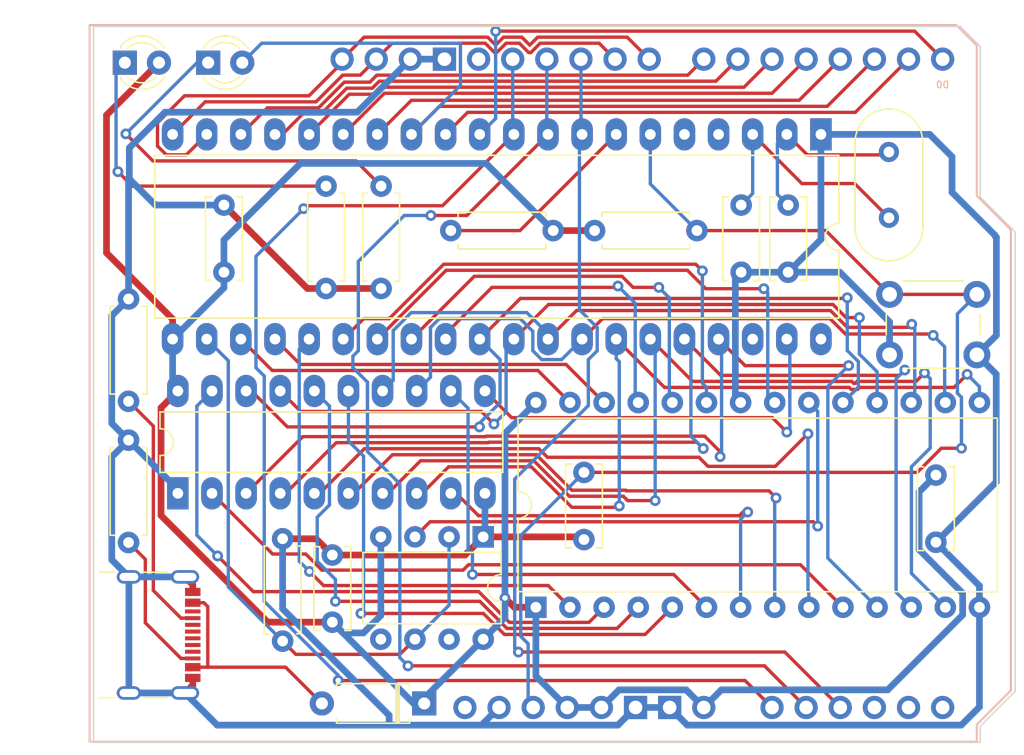
<source format=kicad_pcb>
(kicad_pcb (version 20221018) (generator pcbnew)
  (layers (0 "F.Cu" signal) (31 "B.Cu" signal) (34 "B.Paste" user) (35 "F.Paste" user) (36 "B.SilkS" user "B.Silkscreen") (37 "F.SilkS" user "F.Silkscreen") (38 "B.Mask" user) (39 "F.Mask" user) (44 "Edge.Cuts" user))
  (net 0 "")
  (net 1 "Net-(U1-EXTAL)")
  (net 2 "Net-(U1-XTAL)")
  (net 3 "GND")
  (net 4 "+5V")
  (net 5 "Reset")
  (net 6 "Net-(U1-~{STBY})")
  (net 7 "/A15")
  (net 10 "/A14")
  (net 11 "/A13")
  (net 12 "/A12")
  (net 13 "/A11")
  (net 14 "/A10")
  (net 15 "/A9")
  (net 16 "/A8")
  (net 17 "/AD7")
  (net 18 "/AD6")
  (net 19 "/AD5")
  (net 20 "/AD4")
  (net 21 "/AD3")
  (net 22 "/AD2")
  (net 23 "/AD1")
  (net 24 "/AD0")
  (net 25 "R{slash}~{W}")
  (net 26 "AS")
  (net 28 "Net-(U2-A7)")
  (net 29 "Net-(U2-A6)")
  (net 30 "Net-(U2-A5)")
  (net 31 "Net-(U2-A4)")
  (net 32 "Net-(U2-A3)")
  (net 33 "Net-(U2-A2)")
  (net 34 "Net-(U2-A1)")
  (net 35 "Net-(U2-A0)")
  (net 36 "~{ROM}")
  (net 43 "D7")
  (net 44 "D6")
  (net 45 "C2")
  (net 46 "C1")
  (net 47 "C0")
  (net 48 "D5")
  (net 49 "D4")
  (net 50 "D3")
  (net 51 "D2")
  (net 52 "D1")
  (net 53 "D0")
  (net 54 "Tx")
  (net 55 "Rx")
  (net 56 "Net-(D1-A)")
  (net 57 "Net-(USB_C_ESP1-CC1)")
  (net 58 "Net-(USB_C_ESP1-CC2)")
  (net 65 "Net-(D2-K)")
  (net 66 "Net-(D3-K)")
  (footprint "Package_DIP:DIP-20_W7.62mm_LongPads" (layer "F.Cu") (at 110.37 107.26 90)
    (fp_text reference "U4" hide)
    (fp_text value "74LS373" hide)
  )
  (footprint "Capacitor_THT:C_Disc_D6.0mm_W2.5mm_P5.00mm" (layer "F.Cu") (at 113.8 90.8 90)
    (fp_text reference "C6" hide)
    (fp_text value ".1uF" hide)
  )
  (footprint "Package_DIP:DIP-40_W15.24mm_LongPads" (layer "F.Cu") (at 158.24 80.54 -90)
    (fp_text reference "U1" hide)
    (fp_text value "HD6303" hide)
  )
  (footprint "Resistor_THT:R_Axial_DIN0207_L6.3mm_D2.5mm_P7.62mm_Horizontal" (layer "F.Cu") (at 106.7 100.41 90)
    (fp_text reference "R5" hide)
    (fp_text value "5k" hide)
  )
  (footprint "Capacitor_THT:C_Disc_D6.0mm_W2.5mm_P5.00mm" (layer "F.Cu") (at 155.8 90.8 90)
    (fp_text reference "C1" hide)
    (fp_text value "22pF" hide)
  )
  (footprint "Capacitor_THT:C_Disc_D6.0mm_W2.5mm_P5.00mm" (layer "F.Cu") (at 140.6 110.7 90)
    (fp_text reference "C4" hide)
    (fp_text value "10uF" hide)
  )
  (footprint "Resistor_THT:R_Axial_DIN0207_L6.3mm_D2.5mm_P7.62mm_Horizontal" (layer "F.Cu") (at 141.39 87.7)
    (fp_text reference "R2" hide)
    (fp_text value "5k" hide)
  )
  (footprint "Crystal:Crystal_HC18-U_Vertical" (layer "F.Cu") (at 163.3 86.75 90)
    (fp_text reference "4MHz1" hide)
    (fp_text value "Crystal" hide)
  )
  (footprint "Capacitor_THT:C_Disc_D6.0mm_W2.5mm_P5.00mm" (layer "F.Cu") (at 121.87 116.85 90)
    (fp_text reference "C3" hide)
    (fp_text value ".1uF" hide)
  )
  (footprint "Package_DIP:DIP-28_W15.24mm" (layer "F.Cu") (at 137.02 115.74 90)
    (fp_text reference "U2" hide)
    (fp_text value "27C256" hide)
  )
  (footprint "LED_THT:LED_D3.0mm" (layer "F.Cu") (at 112.625 75.2)
    (fp_text reference "D3" hide)
    (fp_text value "LED" hide)
  )
  (footprint "Resistor_THT:R_Axial_DIN0207_L6.3mm_D2.5mm_P7.62mm_Horizontal" (layer "F.Cu") (at 121.4 92.01 90)
    (fp_text reference "R4" hide)
    (fp_text value "5k" hide)
  )
  (footprint "LED_THT:LED_D3.0mm" (layer "F.Cu") (at 106.425 75.2)
    (fp_text reference "D2" hide)
    (fp_text value "LED" hide)
  )
  (footprint "Capacitor_THT:C_Disc_D6.0mm_W2.5mm_P5.00mm" (layer "F.Cu") (at 166.8 105.9 -90)
    (fp_text reference "C5" hide)
    (fp_text value ".1uF" hide)
  )
  (footprint "Y!:Arduino_6802_Shield" (layer "F.Cu") (at 103.8 125.74)
    (fp_text reference "A1" hide)
    (fp_text value "Arduino_Uno_R3_SMD_Shield")
  )
  (footprint "Capacitor_THT:C_Disc_D6.0mm_W2.5mm_P5.00mm" (layer "F.Cu") (at 152.3 90.8 90)
    (fp_text reference "C2" hide)
    (fp_text value "22pF" hide)
  )
  (footprint "Resistor_THT:R_Axial_DIN0207_L6.3mm_D2.5mm_P7.62mm_Horizontal" (layer "F.Cu") (at 138.31 87.7 180)
    (fp_text reference "R1" hide)
    (fp_text value "1k" hide)
  )
  (footprint "Resistor_THT:R_Axial_DIN0207_L6.3mm_D2.5mm_P7.62mm_Horizontal" (layer "F.Cu") (at 106.7 110.92 90)
    (fp_text reference "R6" hide)
    (fp_text value "5k" hide)
  )
  (footprint "Resistor_THT:R_Axial_DIN0207_L6.3mm_D2.5mm_P7.62mm_Horizontal" (layer "F.Cu") (at 125.5 92.01 90)
    (fp_text reference "R7" hide)
    (fp_text value "5k" hide)
  )
  (footprint "Resistor_THT:R_Axial_DIN0207_L6.3mm_D2.5mm_P7.62mm_Horizontal" (layer "F.Cu") (at 118.17 118.26 90)
    (fp_text reference "R3" hide)
    (fp_text value "5k" hide)
  )
  (footprint "Button_Switch_THT:SW_PUSH_6mm" (layer "F.Cu") (at 169.85 96.95 180)
    (fp_text reference "SW2" hide)
    (fp_text value "SW_Push" hide)
  )
  (footprint "Diode_THT:D_A-405_P7.62mm_Horizontal" (layer "F.Cu") (at 128.71 122.9 180)
    (fp_text reference "D1" hide)
    (fp_text value "1N4007" hide)
  )
  (footprint "Package_DIP:DIP-8_W7.62mm" (layer "F.Cu") (at 133.1 110.5 -90)
    (fp_text reference "U5" hide)
    (fp_text value "NE555P" hide)
  )
  (footprint "Connector_USB:USB_C_Receptacle_GCT_USB4105-xx-A_16P_TopMnt_Horizontal" (layer "F.Cu") (at 107.8 117.8 -90)
    (fp_text reference "USB_C_ESP1" hide)
    (fp_text value "USB_C_1" hide)
  )
  (gr_line (start 104.1 72.5) (end 168.6 72.5) (stroke (width 0.1)) (layer "Edge.Cuts"))
  (gr_line (start 172.7 87.8) (end 172.7 122) (stroke (width 0.1)) (layer "Edge.Cuts"))
  (gr_line (start 170.1 125.8) (end 104.1 125.8) (stroke (width 0.1)) (layer "Edge.Cuts"))
  (gr_line (start 172.7 122) (end 170.1 124.6) (stroke (width 0.1)) (layer "Edge.Cuts"))
  (gr_line (start 170.1 124.6) (end 170.1 125.8) (stroke (width 0.1)) (layer "Edge.Cuts"))
  (gr_line (start 104.1 125.8) (end 104.1 72.5) (stroke (width 0.1)) (layer "Edge.Cuts"))
  (gr_line (start 170.1 74) (end 170.1 85.2) (stroke (width 0.1)) (layer "Edge.Cuts"))
  (gr_line (start 170.1 85.2) (end 172.7 87.8) (stroke (width 0.1)) (layer "Edge.Cuts"))
  (gr_line (start 168.6 72.5) (end 170.1 74) (stroke (width 0.1)) (layer "Edge.Cuts"))
  (segment (start 163.3 86.75) (end 160.75 84.2) (width 0.25) (layer "F.Cu") (net 1))
  (segment (start 160.75 84.2) (end 156.82 84.2) (width 0.25) (layer "F.Cu") (net 1))
  (segment (start 156.82 84.2) (end 153.16 80.54) (width 0.25) (layer "F.Cu") (net 1))
  (segment (start 153.16 80.54) (end 153.16 84.94) (width 0.25) (layer "B.Cu") (net 1))
  (segment (start 153.16 84.94) (end 152.3 85.8) (width 0.25) (layer "B.Cu") (net 1))
  (segment (start 157.225 82.065) (end 163.085 82.065) (width 0.25) (layer "F.Cu") (net 2))
  (segment (start 163.085 82.065) (end 163.3 81.85) (width 0.25) (layer "F.Cu") (net 2))
  (segment (start 155.7 80.54) (end 157.225 82.065) (width 0.25) (layer "F.Cu") (net 2))
  (segment (start 155.000001 85.000001) (end 155.8 85.8) (width 0.25) (layer "B.Cu") (net 2))
  (segment (start 155.7 80.54) (end 155.000001 81.239999) (width 0.25) (layer "B.Cu") (net 2))
  (segment (start 155.000001 81.239999) (end 155.000001 85.000001) (width 0.25) (layer "B.Cu") (net 2))
  (segment (start 121.87 111.85) (end 131.75 111.85) (width 0.5) (layer "F.Cu") (net 3))
  (segment (start 133.1 107.39) (end 133.23 107.26) (width 0.5) (layer "F.Cu") (net 3))
  (segment (start 111.48 114.6) (end 111.48 114.055) (width 0.5) (layer "F.Cu") (net 3))
  (segment (start 120.66 110.64) (end 121.87 111.85) (width 0.5) (layer "F.Cu") (net 3))
  (segment (start 111.48 114.055) (end 110.905 113.48) (width 0.5) (layer "F.Cu") (net 3))
  (segment (start 133.1 110.5) (end 140.4 110.5) (width 0.5) (layer "F.Cu") (net 3))
  (segment (start 131.75 111.85) (end 133.1 110.5) (width 0.5) (layer "F.Cu") (net 3))
  (segment (start 125.5 92.01) (end 121.4 92.01) (width 0.5) (layer "F.Cu") (net 3))
  (segment (start 111.48 121.545) (end 110.905 122.12) (width 0.5) (layer "F.Cu") (net 3))
  (segment (start 140.4 110.5) (end 140.6 110.7) (width 0.5) (layer "F.Cu") (net 3))
  (segment (start 118.17 110.64) (end 120.66 110.64) (width 0.5) (layer "F.Cu") (net 3))
  (segment (start 111.48 121) (end 111.48 121.545) (width 0.5) (layer "F.Cu") (net 3))
  (segment (start 120.01 92.01) (end 113.8 85.8) (width 0.5) (layer "F.Cu") (net 3))
  (segment (start 121.4 92.01) (end 120.01 92.01) (width 0.5) (layer "F.Cu") (net 3))
  (segment (start 127.676 74.94) (end 123.726 78.89) (width 0.5) (layer "B.Cu") (net 3))
  (segment (start 105.45 112.205) (end 105.9225 112.6775) (width 0.5) (layer "B.Cu") (net 3))
  (segment (start 163.35 96.95) (end 163.35 94.50061) (width 0.5) (layer "B.Cu") (net 3))
  (segment (start 148.2936 124.5136) (end 168.6864 124.5136) (width 0.5) (layer "B.Cu") (net 3))
  (segment (start 126.1 123.786542) (end 126.1 124.5136) (width 0.5) (layer "B.Cu") (net 3))
  (segment (start 133.23 110.37) (end 133.1 110.5) (width 0.5) (layer "B.Cu") (net 3))
  (segment (start 171.2 88.1) (end 171.2 88.052943) (width 0.5) (layer "B.Cu") (net 3))
  (segment (start 144.44 123.2) (end 146.98 123.2) (width 0.5) (layer "B.Cu") (net 3))
  (segment (start 171.29 106.41) (end 171.29 98.39) (width 0.5) (layer "B.Cu") (net 3))
  (segment (start 171.3 88.2) (end 171.2 88.1) (width 0.5) (layer "B.Cu") (net 3))
  (segment (start 105.45 102.05) (end 106.7 103.3) (width 0.5) (layer "B.Cu") (net 3))
  (segment (start 168 84.852943) (end 168 82.2) (width 0.5) (layer "B.Cu") (net 3))
  (segment (start 151.87 91.23) (end 151.87 100.11) (width 0.5) (layer "B.Cu") (net 3))
  (segment (start 105.45 94.04) (end 105.45 102.05) (width 0.5) (layer "B.Cu") (net 3))
  (segment (start 113.8 85.8) (end 108.7 85.8) (width 0.5) (layer "B.Cu") (net 3))
  (segment (start 110.905 122.12) (end 106.725 122.12) (width 0.5) (layer "B.Cu") (net 3))
  (segment (start 169.85 96.95) (end 171.3 95.5) (width 0.5) (layer "B.Cu") (net 3))
  (segment (start 110.37 107.26) (end 110.37 106.97) (width 0.5) (layer "B.Cu") (net 3))
  (segment (start 105.45 104.55) (end 105.45 112.205) (width 0.5) (layer "B.Cu") (net 3))
  (segment (start 106.7 103.3) (end 105.45 104.55) (width 0.5) (layer "B.Cu") (net 3))
  (segment (start 110.905 122.12) (end 113.2986 124.5136) (width 0.5) (layer "B.Cu") (net 3))
  (segment (start 158.24 88.36) (end 158.24 80.54) (width 0.5) (layer "B.Cu") (net 3))
  (segment (start 123.726 78.89) (end 109.41 78.89) (width 0.5) (layer "B.Cu") (net 3))
  (segment (start 109.41 78.89) (end 106.758773 81.541227) (width 0.5) (layer "B.Cu") (net 3))
  (segment (start 132.9664 124.5136) (end 134.28 123.2) (width 0.5) (layer "B.Cu") (net 3))
  (segment (start 155.8 90.8) (end 158.24 88.36) (width 0.5) (layer "B.Cu") (net 3))
  (segment (start 166.8 110.9) (end 171.29 106.41) (width 0.5) (layer "B.Cu") (net 3))
  (segment (start 132.9664 124.5136) (end 143.1264 124.5136) (width 0.5) (layer "B.Cu") (net 3))
  (segment (start 106.7 92.79) (end 105.45 94.04) (width 0.5) (layer "B.Cu") (net 3))
  (segment (start 163.35 94.50061) (end 159.64939 90.8) (width 0.5) (layer "B.Cu") (net 3))
  (segment (start 133.23 107.26) (end 133.23 110.37) (width 0.5) (layer "B.Cu") (net 3))
  (segment (start 170.04 115.74) (end 170.04 114.14) (width 0.5) (layer "B.Cu") (net 3))
  (segment (start 166.34 80.54) (end 158.24 80.54) (width 0.5) (layer "B.Cu") (net 3))
  (segment (start 126.1 124.5136) (end 132.9664 124.5136) (width 0.5) (layer "B.Cu") (net 3))
  (segment (start 171.29 98.39) (end 169.85 96.95) (width 0.5) (layer "B.Cu") (net 3))
  (segment (start 106.758773 83.741227) (end 106.7 83.8) (width 0.5) (layer "B.Cu") (net 3))
  (segment (start 105.9225 112.6775) (end 106.725 113.48) (width 0.5) (layer "B.Cu") (net 3))
  (segment (start 113.2986 124.5136) (end 126.1 124.5136) (width 0.5) (layer "B.Cu") (net 3))
  (segment (start 106.725 113.48) (end 106.725 122.12) (width 0.5) (layer "B.Cu") (net 3))
  (segment (start 170.04 114.14) (end 166.8 110.9) (width 0.5) (layer "B.Cu") (net 3))
  (segment (start 168 82.2) (end 166.34 80.54) (width 0.5) (layer "B.Cu") (net 3))
  (segment (start 130.216 74.94) (end 127.676 74.94) (width 0.5) (layer "B.Cu") (net 3))
  (segment (start 151.87 100.11) (end 152.26 100.5) (width 0.5) (layer "B.Cu") (net 3))
  (segment (start 108.7 85.8) (end 106.7 83.8) (width 0.5) (layer "B.Cu") (net 3))
  (segment (start 106.758773 81.541227) (end 106.758773 83.741227) (width 0.5) (layer "B.Cu") (net 3))
  (segment (start 106.7 83.8) (end 106.7 92.79) (width 0.5) (layer "B.Cu") (net 3))
  (segment (start 152.3 90.8) (end 151.87 91.23) (width 0.5) (layer "B.Cu") (net 3))
  (segment (start 171.3 95.5) (end 171.3 88.2) (width 0.5) (layer "B.Cu") (net 3))
  (segment (start 168.6864 124.5136) (end 170.04 123.16) (width 0.5) (layer "B.Cu") (net 3))
  (segment (start 155.8 90.8) (end 152.3 90.8) (width 0.5) (layer "B.Cu") (net 3))
  (segment (start 118.17 110.64) (end 118.17 115.856542) (width 0.5) (layer "B.Cu") (net 3))
  (segment (start 110.905 113.48) (end 106.725 113.48) (width 0.5) (layer "B.Cu") (net 3))
  (segment (start 171.2 88.052943) (end 168 84.852943) (width 0.5) (layer "B.Cu") (net 3))
  (segment (start 110.37 106.97) (end 106.7 103.3) (width 0.5) (layer "B.Cu") (net 3))
  (segment (start 118.17 115.856542) (end 126.1 123.786542) (width 0.5) (layer "B.Cu") (net 3))
  (segment (start 146.98 123.2) (end 148.2936 124.5136) (width 0.5) (layer "B.Cu") (net 3))
  (segment (start 143.1264 124.5136) (end 144.44 123.2) (width 0.5) (layer "B.Cu") (net 3))
  (segment (start 170.04 123.16) (end 170.04 115.74) (width 0.5) (layer "B.Cu") (net 3))
  (segment (start 159.64939 90.8) (end 155.8 90.8) (width 0.5) (layer "B.Cu") (net 3))
  (segment (start 109.98 94.28) (end 109.98 95.78) (width 0.5) (layer "F.Cu") (net 4))
  (segment (start 108.965 75.2) (end 105.059773 79.105227) (width 0.5) (layer "F.Cu") (net 4))
  (segment (start 141.39 87.7) (end 138.31 87.7) (width 0.5) (layer "F.Cu") (net 4))
  (segment (start 105.059773 89.359773) (end 109.98 94.28) (width 0.5) (layer "F.Cu") (net 4))
  (segment (start 121.87 116.85) (end 117.06 116.85) (width 0.5) (layer "F.Cu") (net 4))
  (segment (start 105.059773 79.105227) (end 105.059773 89.359773) (width 0.5) (layer "F.Cu") (net 4))
  (segment (start 135.41227 115.74) (end 134.720999 115.048729) (width 0.5) (layer "F.Cu") (net 4))
  (segment (start 117.06 116.85) (end 109.12 108.91) (width 0.5) (layer "F.Cu") (net 4))
  (segment (start 109.12 108.91) (end 109.12 100.89) (width 0.5) (layer "F.Cu") (net 4))
  (segment (start 109.12 100.89) (end 110.37 99.64) (width 0.5) (layer "F.Cu") (net 4))
  (segment (start 137.02 115.74) (end 135.41227 115.74) (width 0.5) (layer "F.Cu") (net 4))
  (via (at 134.720999 115.048729) (size 0.8) (drill 0.4) (layers "F.Cu" "B.Cu") (net 4))
  (segment (start 122.669999 117.649999) (end 121.87 116.85) (width 0.5) (layer "B.Cu") (net 4))
  (segment (start 109.98 95.78) (end 109.98 99.25) (width 0.5) (layer "B.Cu") (net 4))
  (segment (start 121.87 116.85) (end 127.92 122.9) (width 0.5) (layer "B.Cu") (net 4))
  (segment (start 137.02 115.74) (end 137.02 120.86) (width 0.5) (layer "B.Cu") (net 4))
  (segment (start 127.92 122.9) (end 128.71 122.9) (width 0.5) (layer "B.Cu") (net 4))
  (segment (start 125.48 116.352233) (end 124.182234 117.649999) (width 0.5) (layer "B.Cu") (net 4))
  (segment (start 165.55 111.45) (end 168.79 114.69) (width 0.5) (layer "B.Cu") (net 4))
  (segment (start 133.31 82.7) (end 119.5 82.7) (width 0.5) (layer "B.Cu") (net 4))
  (segment (start 113.8 91.96) (end 109.98 95.78) (width 0.5) (layer "B.Cu") (net 4))
  (segment (start 125.48 110.5) (end 125.48 116.352233) (width 0.5) (layer "B.Cu") (net 4))
  (segment (start 113.8 90.8) (end 113.8 91.96) (width 0.5) (layer "B.Cu") (net 4))
  (segment (start 141.9 123.2) (end 143.2136 121.8864) (width 0.5) (layer "B.Cu") (net 4))
  (segment (start 141.9 123.2) (end 139.36 123.2) (width 0.5) (layer "B.Cu") (net 4))
  (segment (start 134.720999 115.048729) (end 134.720999 116.499001) (width 0.5) (layer "B.Cu") (net 4))
  (segment (start 143.2136 121.8864) (end 148.2064 121.8864) (width 0.5) (layer "B.Cu") (net 4))
  (segment (start 119.5 82.7) (end 113.8 88.4) (width 0.5) (layer "B.Cu") (net 4))
  (segment (start 168.79 116.31) (end 163.2136 121.8864) (width 0.5) (layer "B.Cu") (net 4))
  (segment (start 134.720999 102.799001) (end 134.720999 115.048729) (width 0.5) (layer "B.Cu") (net 4))
  (segment (start 166.8 105.9) (end 165.55 107.15) (width 0.5) (layer "B.Cu") (net 4))
  (segment (start 128.71 122.51) (end 128.71 122.9) (width 0.5) (layer "B.Cu") (net 4))
  (segment (start 134.720999 116.499001) (end 133.1 118.12) (width 0.5) (layer "B.Cu") (net 4))
  (segment (start 168.79 114.69) (end 168.79 116.31) (width 0.5) (layer "B.Cu") (net 4))
  (segment (start 137.02 100.5) (end 134.720999 102.799001) (width 0.5) (layer "B.Cu") (net 4))
  (segment (start 124.182234 117.649999) (end 122.669999 117.649999) (width 0.5) (layer "B.Cu") (net 4))
  (segment (start 133.1 118.12) (end 128.71 122.51) (width 0.5) (layer "B.Cu") (net 4))
  (segment (start 150.8336 121.8864) (end 149.52 123.2) (width 0.5) (layer "B.Cu") (net 4))
  (segment (start 113.8 88.4) (end 113.8 90.8) (width 0.5) (layer "B.Cu") (net 4))
  (segment (start 165.55 107.15) (end 165.55 111.45) (width 0.5) (layer "B.Cu") (net 4))
  (segment (start 109.98 99.25) (end 110.37 99.64) (width 0.5) (layer "B.Cu") (net 4))
  (segment (start 138.31 87.7) (end 133.31 82.7) (width 0.5) (layer "B.Cu") (net 4))
  (segment (start 163.2136 121.8864) (end 150.8336 121.8864) (width 0.5) (layer "B.Cu") (net 4))
  (segment (start 148.2064 121.8864) (end 149.52 123.2) (width 0.5) (layer "B.Cu") (net 4))
  (segment (start 137.02 120.86) (end 139.36 123.2) (width 0.5) (layer "B.Cu") (net 4))
  (segment (start 158.6 87.7) (end 163.35 92.45) (width 0.25) (layer "F.Cu") (net 5))
  (segment (start 167.209009 103.9) (end 168.7 103.9) (width 0.25) (layer "F.Cu") (net 5))
  (segment (start 140.6 105.7) (end 165.409009 105.7) (width 0.25) (layer "F.Cu") (net 5))
  (segment (start 165.409009 105.7) (end 167.209009 103.9) (width 0.25) (layer "F.Cu") (net 5))
  (segment (start 163.35 92.45) (end 169.85 92.45) (width 0.25) (layer "F.Cu") (net 5))
  (segment (start 149.01 87.7) (end 158.6 87.7) (width 0.25) (layer "F.Cu") (net 5))
  (via (at 168.7 103.9) (size 0.8) (drill 0.4) (layers "F.Cu" "B.Cu") (net 5))
  (segment (start 135.895 117.907468) (end 135.895 110.405) (width 0.25) (layer "B.Cu") (net 5))
  (segment (start 145.54 84.23) (end 149.01 87.7) (width 0.25) (layer "B.Cu") (net 5))
  (segment (start 145.54 80.54) (end 145.54 84.23) (width 0.25) (layer "B.Cu") (net 5))
  (segment (start 168.3995 99.808509) (end 168.3995 93.9005) (width 0.25) (layer "B.Cu") (net 5))
  (segment (start 168.7 103.9) (end 168.7 100.109009) (width 0.25) (layer "B.Cu") (net 5))
  (segment (start 168.3995 93.9005) (end 169.85 92.45) (width 0.25) (layer "B.Cu") (net 5))
  (segment (start 136.445499 118.457967) (end 135.895 117.907468) (width 0.25) (layer "B.Cu") (net 5))
  (segment (start 168.7 100.109009) (end 168.3995 99.808509) (width 0.25) (layer "B.Cu") (net 5))
  (segment (start 136.82 123.2) (end 136.445499 122.825499) (width 0.25) (layer "B.Cu") (net 5))
  (segment (start 136.445499 122.825499) (end 136.445499 118.457967) (width 0.25) (layer "B.Cu") (net 5))
  (segment (start 135.895 110.405) (end 140.6 105.7) (width 0.25) (layer "B.Cu") (net 5))
  (segment (start 135.84 87.7) (end 130.69 87.7) (width 0.25) (layer "F.Cu") (net 6))
  (segment (start 143 80.54) (end 135.84 87.7) (width 0.25) (layer "F.Cu") (net 6))
  (segment (start 126.895 119.245) (end 128.02 118.12) (width 0.25) (layer "F.Cu") (net 7))
  (segment (start 119.155 119.245) (end 126.895 119.245) (width 0.25) (layer "F.Cu") (net 7))
  (segment (start 118.17 118.26) (end 119.155 119.245) (width 0.25) (layer "F.Cu") (net 7))
  (segment (start 130.56 110.5) (end 130.56 115.58) (width 0.25) (layer "B.Cu") (net 7))
  (segment (start 130.56 115.58) (end 128.02 118.12) (width 0.25) (layer "B.Cu") (net 7))
  (segment (start 114.1245 97.3845) (end 114.1245 114.2145) (width 0.25) (layer "B.Cu") (net 7))
  (segment (start 112.52 95.78) (end 114.1245 97.3845) (width 0.25) (layer "B.Cu") (net 7))
  (segment (start 114.1245 114.2145) (end 118.17 118.26) (width 0.25) (layer "B.Cu") (net 7))
  (segment (start 115.06 95.78) (end 117.394002 98.114002) (width 0.25) (layer "F.Cu") (net 10))
  (segment (start 137.174002 98.114002) (end 139.56 100.5) (width 0.25) (layer "F.Cu") (net 10))
  (segment (start 117.394002 98.114002) (end 137.174002 98.114002) (width 0.25) (layer "F.Cu") (net 10))
  (segment (start 117.6 95.78) (end 119.484501 97.664501) (width 0.25) (layer "F.Cu") (net 11))
  (segment (start 119.484501 97.664501) (end 139.264501 97.664501) (width 0.25) (layer "F.Cu") (net 11))
  (segment (start 139.264501 97.664501) (end 142.1 100.5) (width 0.25) (layer "F.Cu") (net 11))
  (segment (start 139.56 115.74) (end 137.943502 114.123502) (width 0.25) (layer "F.Cu") (net 12))
  (segment (start 121.215391 114.123502) (end 120.167389 113.0755) (width 0.25) (layer "F.Cu") (net 12))
  (segment (start 137.943502 114.123502) (end 121.215391 114.123502) (width 0.25) (layer "F.Cu") (net 12))
  (via (at 120.167389 113.0755) (size 0.8) (drill 0.4) (layers "F.Cu" "B.Cu") (net 12))
  (segment (start 119.405 112.313111) (end 120.167389 113.0755) (width 0.25) (layer "B.Cu") (net 12))
  (segment (start 120.14 95.78) (end 119.405 96.515) (width 0.25) (layer "B.Cu") (net 12))
  (segment (start 119.405 96.515) (end 119.405 112.313111) (width 0.25) (layer "B.Cu") (net 12))
  (segment (start 126.108604 94.255) (end 130.160109 90.203495) (width 0.25) (layer "F.Cu") (net 13))
  (segment (start 122.68 95.78) (end 124.205 94.255) (width 0.25) (layer "F.Cu") (net 13))
  (segment (start 130.160109 90.203495) (end 148.917212 90.203495) (width 0.25) (layer "F.Cu") (net 13))
  (segment (start 124.205 94.255) (end 126.108604 94.255) (width 0.25) (layer "F.Cu") (net 13))
  (segment (start 148.917212 90.203495) (end 149.415216 90.701499) (width 0.25) (layer "F.Cu") (net 13))
  (via (at 149.415216 90.701499) (size 0.8) (drill 0.4) (layers "F.Cu" "B.Cu") (net 13))
  (segment (start 149.72 100.5) (end 149.72 99.36863) (width 0.25) (layer "B.Cu") (net 13))
  (segment (start 149.415216 99.063846) (end 149.415216 90.701499) (width 0.25) (layer "B.Cu") (net 13))
  (segment (start 149.72 99.36863) (end 149.415216 99.063846) (width 0.25) (layer "B.Cu") (net 13))
  (segment (start 130.347004 90.652996) (end 148.295756 90.652996) (width 0.25) (layer "F.Cu") (net 14))
  (segment (start 148.295756 90.652996) (end 149.669757 92.026997) (width 0.25) (layer "F.Cu") (net 14))
  (segment (start 125.22 95.78) (end 130.347004 90.652996) (width 0.25) (layer "F.Cu") (net 14))
  (segment (start 149.669757 92.026997) (end 153.989832 92.026997) (width 0.25) (layer "F.Cu") (net 14))
  (via (at 153.989832 92.026997) (size 0.8) (drill 0.4) (layers "F.Cu" "B.Cu") (net 14))
  (segment (start 154.8 100.5) (end 154.285 99.985) (width 0.25) (layer "B.Cu") (net 14))
  (segment (start 154.285 99.985) (end 154.285 92.322165) (width 0.25) (layer "B.Cu") (net 14))
  (segment (start 154.285 92.322165) (end 153.989832 92.026997) (width 0.25) (layer "B.Cu") (net 14))
  (segment (start 143.43092 91.102497) (end 144.25542 91.926997) (width 0.25) (layer "F.Cu") (net 15))
  (segment (start 132.437503 91.102497) (end 143.43092 91.102497) (width 0.25) (layer "F.Cu") (net 15))
  (segment (start 127.76 95.78) (end 132.437503 91.102497) (width 0.25) (layer "F.Cu") (net 15))
  (segment (start 144.25542 91.926997) (end 146.170816 91.926997) (width 0.25) (layer "F.Cu") (net 15))
  (via (at 146.170816 91.926997) (size 0.8) (drill 0.4) (layers "F.Cu" "B.Cu") (net 15))
  (segment (start 147.18 100.5) (end 146.955 100.275) (width 0.25) (layer "B.Cu") (net 15))
  (segment (start 146.955 100.275) (end 146.955 92.711181) (width 0.25) (layer "B.Cu") (net 15))
  (segment (start 146.955 92.711181) (end 146.170816 91.926997) (width 0.25) (layer "B.Cu") (net 15))
  (segment (start 130.3 95.78) (end 130.3 95.38) (width 0.25) (layer "F.Cu") (net 16))
  (segment (start 133.753003 91.926997) (end 143.030822 91.926997) (width 0.25) (layer "F.Cu") (net 16))
  (segment (start 143.030822 91.926997) (end 143.130822 91.826997) (width 0.25) (layer "F.Cu") (net 16))
  (segment (start 130.3 95.38) (end 133.753003 91.926997) (width 0.25) (layer "F.Cu") (net 16))
  (via (at 143.130822 91.826997) (size 0.8) (drill 0.4) (layers "F.Cu" "B.Cu") (net 16))
  (segment (start 144.415 100.275) (end 144.415 93.111175) (width 0.25) (layer "B.Cu") (net 16))
  (segment (start 144.415 93.111175) (end 143.130822 91.826997) (width 0.25) (layer "B.Cu") (net 16))
  (segment (start 144.64 100.5) (end 144.415 100.275) (width 0.25) (layer "B.Cu") (net 16))
  (segment (start 132.823349 102.313494) (end 132.823626 102.313771) (width 0.25) (layer "F.Cu") (net 17))
  (segment (start 132.84 95.78) (end 135.868503 92.751497) (width 0.25) (layer "F.Cu") (net 17))
  (segment (start 115.85 99.64) (end 118.523494 102.313494) (width 0.25) (layer "F.Cu") (net 17))
  (segment (start 115.45 99.64) (end 115.85 99.64) (width 0.25) (layer "F.Cu") (net 17))
  (segment (start 160.148503 92.751497) (end 160.2 92.7) (width 0.25) (layer "F.Cu") (net 17))
  (segment (start 135.868503 92.751497) (end 160.148503 92.751497) (width 0.25) (layer "F.Cu") (net 17))
  (segment (start 118.523494 102.313494) (end 132.823349 102.313494) (width 0.25) (layer "F.Cu") (net 17))
  (via (at 160.2 92.7) (size 0.8) (drill 0.4) (layers "F.Cu" "B.Cu") (net 17))
  (via (at 132.823626 102.313771) (size 0.8) (drill 0.4) (layers "F.Cu" "B.Cu") (net 17))
  (segment (start 159.88 100.5) (end 161.0245 99.3555) (width 0.25) (layer "B.Cu") (net 17))
  (segment (start 134.355 100.50931) (end 132.823626 102.040684) (width 0.25) (layer "B.Cu") (net 17))
  (segment (start 161.0245 99.3555) (end 161.0245 97.4514) (width 0.25) (layer "B.Cu") (net 17))
  (segment (start 132.823626 102.040684) (end 132.823626 102.313771) (width 0.25) (layer "B.Cu") (net 17))
  (segment (start 134.355 97.295) (end 134.355 100.50931) (width 0.25) (layer "B.Cu") (net 17))
  (segment (start 161.0245 97.4514) (end 160.2 96.6269) (width 0.25) (layer "B.Cu") (net 17))
  (segment (start 132.84 95.78) (end 134.355 97.295) (width 0.25) (layer "B.Cu") (net 17))
  (segment (start 160.2 96.6269) (end 160.2 92.7) (width 0.25) (layer "B.Cu") (net 17))
  (segment (start 160.110484 94.1755) (end 161.102485 94.1755) (width 0.25) (layer "F.Cu") (net 18))
  (segment (start 117.99 99.64) (end 119.515 101.165) (width 0.25) (layer "F.Cu") (net 18))
  (segment (start 137.959002 93.200998) (end 159.135982 93.200998) (width 0.25) (layer "F.Cu") (net 18))
  (segment (start 119.515 101.165) (end 132.965 101.165) (width 0.25) (layer "F.Cu") (net 18))
  (segment (start 159.135982 93.200998) (end 160.110484 94.1755) (width 0.25) (layer "F.Cu") (net 18))
  (segment (start 132.965 101.165) (end 133.9 102.1) (width 0.25) (layer "F.Cu") (net 18))
  (segment (start 135.38 95.78) (end 137.959002 93.200998) (width 0.25) (layer "F.Cu") (net 18))
  (via (at 133.9 102.1) (size 0.8) (drill 0.4) (layers "F.Cu" "B.Cu") (net 18))
  (via (at 161.102485 94.1755) (size 0.8) (drill 0.4) (layers "F.Cu" "B.Cu") (net 18))
  (segment (start 162.42 100.5) (end 162.42 98.21121) (width 0.25) (layer "B.Cu") (net 18))
  (segment (start 161.102485 96.893695) (end 161.102485 94.1755) (width 0.25) (layer "B.Cu") (net 18))
  (segment (start 162.42 98.21121) (end 161.102485 96.893695) (width 0.25) (layer "B.Cu") (net 18))
  (segment (start 134.804501 96.355499) (end 135.38 95.78) (width 0.25) (layer "B.Cu") (net 18))
  (segment (start 133.9 102.1) (end 134.804501 101.195499) (width 0.25) (layer "B.Cu") (net 18))
  (segment (start 134.804501 101.195499) (end 134.804501 96.355499) (width 0.25) (layer "B.Cu") (net 18))
  (segment (start 158.949793 93.650499) (end 160.199294 94.9) (width 0.25) (layer "F.Cu") (net 19))
  (segment (start 160.199294 94.9) (end 164.7755 94.9) (width 0.25) (layer "F.Cu") (net 19))
  (segment (start 164.7755 94.9) (end 165 94.6755) (width 0.25) (layer "F.Cu") (net 19))
  (segment (start 140.049501 93.650499) (end 158.949793 93.650499) (width 0.25) (layer "F.Cu") (net 19))
  (segment (start 137.92 95.78) (end 140.049501 93.650499) (width 0.25) (layer "F.Cu") (net 19))
  (via (at 165 94.6755) (size 0.8) (drill 0.4) (layers "F.Cu" "B.Cu") (net 19))
  (segment (start 126.4 95.14901) (end 126.4 98.85) (width 0.25) (layer "B.Cu") (net 19))
  (segment (start 164.96 100.5) (end 165.2245 100.2355) (width 0.25) (layer "B.Cu") (net 19))
  (segment (start 137.92 95.78) (end 137.92 95.38) (width 0.25) (layer "B.Cu") (net 19))
  (segment (start 165.2245 100.2355) (end 165.2245 94.9) (width 0.25) (layer "B.Cu") (net 19))
  (segment (start 137.92 95.38) (end 136.345499 93.805499) (width 0.25) (layer "B.Cu") (net 19))
  (segment (start 127.743511 93.805499) (end 126.4 95.14901) (width 0.25) (layer "B.Cu") (net 19))
  (segment (start 126.4 98.85) (end 125.61 99.64) (width 0.25) (layer "B.Cu") (net 19))
  (segment (start 165.2245 94.9) (end 165 94.6755) (width 0.25) (layer "B.Cu") (net 19))
  (segment (start 136.345499 93.805499) (end 127.743511 93.805499) (width 0.25) (layer "B.Cu") (net 19))
  (segment (start 160.062898 95.4) (end 166.5 95.4) (width 0.25) (layer "F.Cu") (net 20))
  (segment (start 140.46 95.78) (end 141.985 94.255) (width 0.25) (layer "F.Cu") (net 20))
  (segment (start 158.917898 94.255) (end 160.062898 95.4) (width 0.25) (layer "F.Cu") (net 20))
  (segment (start 141.985 94.255) (end 158.917898 94.255) (width 0.25) (layer "F.Cu") (net 20))
  (segment (start 166.5 95.4) (end 166.6 95.5) (width 0.25) (layer "F.Cu") (net 20))
  (via (at 166.6 95.5) (size 0.8) (drill 0.4) (layers "F.Cu" "B.Cu") (net 20))
  (segment (start 167.450499 100.450499) (end 167.5 100.5) (width 0.25) (layer "B.Cu") (net 20))
  (segment (start 136.795 96.64599) (end 137.45401 97.305) (width 0.25) (layer "B.Cu") (net 20))
  (segment (start 128.15 99.64) (end 129.175 98.615) (width 0.25) (layer "B.Cu") (net 20))
  (segment (start 166.6 95.5) (end 167.450499 96.350499) (width 0.25) (layer "B.Cu") (net 20))
  (segment (start 137.45401 97.305) (end 138.935 97.305) (width 0.25) (layer "B.Cu") (net 20))
  (segment (start 129.83401 94.255) (end 135.84599 94.255) (width 0.25) (layer "B.Cu") (net 20))
  (segment (start 129.175 94.91401) (end 129.83401 94.255) (width 0.25) (layer "B.Cu") (net 20))
  (segment (start 138.935 97.305) (end 140.46 95.78) (width 0.25) (layer "B.Cu") (net 20))
  (segment (start 136.795 95.20401) (end 136.795 96.64599) (width 0.25) (layer "B.Cu") (net 20))
  (segment (start 129.175 98.615) (end 129.175 94.91401) (width 0.25) (layer "B.Cu") (net 20))
  (segment (start 167.450499 96.350499) (end 167.450499 100.450499) (width 0.25) (layer "B.Cu") (net 20))
  (segment (start 135.84599 94.255) (end 136.795 95.20401) (width 0.25) (layer "B.Cu") (net 20))
  (segment (start 160.494493 99.523502) (end 160.972476 99.523502) (width 0.25) (layer "F.Cu") (net 21))
  (segment (start 130.524224 105.285776) (end 136.68507 105.285776) (width 0.25) (layer "F.Cu") (net 21))
  (segment (start 168.149 99.375) (end 169.124 98.4) (width 0.25) (layer "F.Cu") (net 21))
  (segment (start 139.699294 108.3) (end 143.130678 108.3) (width 0.25) (layer "F.Cu") (net 21))
  (segment (start 143.130678 108.3) (end 143.229679 108.200999) (width 0.25) (layer "F.Cu") (net 21))
  (segment (start 136.68507 105.285776) (end 139.699294 108.3) (width 0.25) (layer "F.Cu") (net 21))
  (segment (start 146.595 99.375) (end 160.345991 99.375) (width 0.25) (layer "F.Cu") (net 21))
  (segment (start 143 95.78) (end 146.595 99.375) (width 0.25) (layer "F.Cu") (net 21))
  (segment (start 128.15 107.26) (end 128.55 107.26) (width 0.25) (layer "F.Cu") (net 21))
  (segment (start 160.345991 99.375) (end 160.494493 99.523502) (width 0.25) (layer "F.Cu") (net 21))
  (segment (start 161.120978 99.375) (end 168.149 99.375) (width 0.25) (layer "F.Cu") (net 21))
  (segment (start 128.55 107.26) (end 130.524224 105.285776) (width 0.25) (layer "F.Cu") (net 21))
  (segment (start 160.972476 99.523502) (end 161.120978 99.375) (width 0.25) (layer "F.Cu") (net 21))
  (via (at 143.229679 108.200999) (size 0.8) (drill 0.4) (layers "F.Cu" "B.Cu") (net 21))
  (via (at 169.124 98.4) (size 0.8) (drill 0.4) (layers "F.Cu" "B.Cu") (net 21))
  (segment (start 143.228136 97.458136) (end 143.228136 108.199456) (width 0.25) (layer "B.Cu") (net 21))
  (segment (start 170.04 100.5) (end 170.04 99.316) (width 0.25) (layer "B.Cu") (net 21))
  (segment (start 143.228136 108.199456) (end 143.229679 108.200999) (width 0.25) (layer "B.Cu") (net 21))
  (segment (start 170.04 99.316) (end 169.124 98.4) (width 0.25) (layer "B.Cu") (net 21))
  (segment (start 143 95.78) (end 143 97.23) (width 0.25) (layer "B.Cu") (net 21))
  (segment (start 143 97.23) (end 143.228136 97.458136) (width 0.25) (layer "B.Cu") (net 21))
  (segment (start 128.433725 104.836275) (end 136.871259 104.836275) (width 0.25) (layer "F.Cu") (net 22))
  (segment (start 160.786287 99.074001) (end 160.934789 98.925499) (width 0.25) (layer "F.Cu") (net 22))
  (segment (start 143.853278 107.8) (end 145.9 107.8) (width 0.25) (layer "F.Cu") (net 22))
  (segment (start 148.685499 98.925499) (end 160.53218 98.925499) (width 0.25) (layer "F.Cu") (net 22))
  (segment (start 143.529777 107.476499) (end 143.853278 107.8) (width 0.25) (layer "F.Cu") (net 22))
  (segment (start 160.934789 98.925499) (end 165.317824 98.925499) (width 0.25) (layer "F.Cu") (net 22))
  (segment (start 145.54 95.78) (end 148.685499 98.925499) (width 0.25) (layer "F.Cu") (net 22))
  (segment (start 160.53218 98.925499) (end 160.680682 99.074001) (width 0.25) (layer "F.Cu") (net 22))
  (segment (start 139.511483 107.476499) (end 143.529777 107.476499) (width 0.25) (layer "F.Cu") (net 22))
  (segment (start 136.871259 104.836275) (end 139.511483 107.476499) (width 0.25) (layer "F.Cu") (net 22))
  (segment (start 126.01 107.26) (end 128.433725 104.836275) (width 0.25) (layer "F.Cu") (net 22))
  (segment (start 160.680682 99.074001) (end 160.786287 99.074001) (width 0.25) (layer "F.Cu") (net 22))
  (segment (start 125.61 107.26) (end 126.01 107.26) (width 0.25) (layer "F.Cu") (net 22))
  (segment (start 165.317824 98.925499) (end 165.949 98.294323) (width 0.25) (layer "F.Cu") (net 22))
  (via (at 145.9 107.8) (size 0.8) (drill 0.4) (layers "F.Cu" "B.Cu") (net 22))
  (via (at 165.949 98.294323) (size 0.8) (drill 0.4) (layers "F.Cu" "B.Cu") (net 22))
  (segment (start 145.9 96.14) (end 145.54 95.78) (width 0.25) (layer "B.Cu") (net 22))
  (segment (start 164.975499 113.215499) (end 164.975499 105.28351) (width 0.25) (layer "B.Cu") (net 22))
  (segment (start 166.375 103.884009) (end 166.375 98.720323) (width 0.25) (layer "B.Cu") (net 22))
  (segment (start 167.5 115.74) (end 164.975499 113.215499) (width 0.25) (layer "B.Cu") (net 22))
  (segment (start 145.9 107.8) (end 145.9 96.14) (width 0.25) (layer "B.Cu") (net 22))
  (segment (start 166.375 98.720323) (end 165.949 98.294323) (width 0.25) (layer "B.Cu") (net 22))
  (segment (start 164.975499 105.28351) (end 166.375 103.884009) (width 0.25) (layer "B.Cu") (net 22))
  (segment (start 164.08604 98.475998) (end 164.481019 98.081019) (width 0.25) (layer "F.Cu") (net 23))
  (segment (start 133.309913 103.487772) (end 133.31019 103.487495) (width 0.25) (layer "F.Cu") (net 23))
  (segment (start 133.507793 103.452495) (end 149.009788 103.452495) (width 0.25) (layer "F.Cu") (net 23))
  (segment (start 150.775998 98.475998) (end 164.08604 98.475998) (width 0.25) (layer "F.Cu") (net 23))
  (segment (start 133.31019 103.487495) (end 133.472793 103.487495) (width 0.25) (layer "F.Cu") (net 23))
  (segment (start 148.08 95.78) (end 150.775998 98.475998) (width 0.25) (layer "F.Cu") (net 23))
  (segment (start 118.39 107.26) (end 122.162228 103.487772) (width 0.25) (layer "F.Cu") (net 23))
  (segment (start 122.162228 103.487772) (end 133.309913 103.487772) (width 0.25) (layer "F.Cu") (net 23))
  (segment (start 133.472793 103.487495) (end 133.507793 103.452495) (width 0.25) (layer "F.Cu") (net 23))
  (segment (start 117.99 107.26) (end 118.39 107.26) (width 0.25) (layer "F.Cu") (net 23))
  (segment (start 149.009788 103.452495) (end 149.483459 103.926166) (width 0.25) (layer "F.Cu") (net 23))
  (via (at 149.483459 103.926166) (size 0.8) (drill 0.4) (layers "F.Cu" "B.Cu") (net 23))
  (via (at 164.481019 98.081019) (size 0.8) (drill 0.4) (layers "F.Cu" "B.Cu") (net 23))
  (segment (start 148.08 95.78) (end 148.562299 96.262299) (width 0.25) (layer "B.Cu") (net 23))
  (segment (start 163.835 98.727038) (end 163.835 114.615) (width 0.25) (layer "B.Cu") (net 23))
  (segment (start 148.562299 103.005006) (end 149.483459 103.926166) (width 0.25) (layer "B.Cu") (net 23))
  (segment (start 163.835 114.615) (end 164.96 115.74) (width 0.25) (layer "B.Cu") (net 23))
  (segment (start 164.481019 98.081019) (end 163.835 98.727038) (width 0.25) (layer "B.Cu") (net 23))
  (segment (start 148.562299 96.262299) (end 148.562299 103.005006) (width 0.25) (layer "B.Cu") (net 23))
  (segment (start 149.584885 103.002994) (end 150.737276 104.155385) (width 0.25) (layer "F.Cu") (net 24))
  (segment (start 133.321604 103.002994) (end 149.584885 103.002994) (width 0.25) (layer "F.Cu") (net 24))
  (segment (start 152.591498 97.751498) (end 160.3 97.751498) (width 0.25) (layer "F.Cu") (net 24))
  (segment (start 133.123724 103.038271) (end 133.124001 103.037994) (width 0.25) (layer "F.Cu") (net 24))
  (segment (start 150.737276 104.155385) (end 150.737276 104.525999) (width 0.25) (layer "F.Cu") (net 24))
  (segment (start 115.45 107.26) (end 119.671729 103.038271) (width 0.25) (layer "F.Cu") (net 24))
  (segment (start 119.671729 103.038271) (end 133.123724 103.038271) (width 0.25) (layer "F.Cu") (net 24))
  (segment (start 133.124001 103.037994) (end 133.286604 103.037994) (width 0.25) (layer "F.Cu") (net 24))
  (segment (start 150.62 95.78) (end 152.591498 97.751498) (width 0.25) (layer "F.Cu") (net 24))
  (segment (start 133.286604 103.037994) (end 133.321604 103.002994) (width 0.25) (layer "F.Cu") (net 24))
  (via (at 160.3 97.751498) (size 0.8) (drill 0.4) (layers "F.Cu" "B.Cu") (net 24))
  (via (at 150.737276 104.525999) (size 0.8) (drill 0.4) (layers "F.Cu" "B.Cu") (net 24))
  (segment (start 150.845 96.005) (end 150.845 104.418275) (width 0.25) (layer "B.Cu") (net 24))
  (segment (start 150.62 95.78) (end 150.845 96.005) (width 0.25) (layer "B.Cu") (net 24))
  (segment (start 160.3 97.751498) (end 158.755 99.296498) (width 0.25) (layer "B.Cu") (net 24))
  (segment (start 150.845 104.418275) (end 150.737276 104.525999) (width 0.25) (layer "B.Cu") (net 24))
  (segment (start 158.755 112.075) (end 162.42 115.74) (width 0.25) (layer "B.Cu") (net 24))
  (segment (start 158.755 99.296498) (end 158.755 112.075) (width 0.25) (layer "B.Cu") (net 24))
  (segment (start 135.215 101.625) (end 154.625 101.625) (width 0.25) (layer "F.Cu") (net 26))
  (segment (start 154.625 101.625) (end 155.7 102.7) (width 0.25) (layer "F.Cu") (net 26))
  (segment (start 133.23 99.64) (end 135.215 101.625) (width 0.25) (layer "F.Cu") (net 26))
  (via (at 155.7 102.7) (size 0.8) (drill 0.4) (layers "F.Cu" "B.Cu") (net 26))
  (segment (start 155.925 102.475) (end 155.925 96.005) (width 0.25) (layer "B.Cu") (net 26))
  (segment (start 155.925 96.005) (end 155.7 95.78) (width 0.25) (layer "B.Cu") (net 26))
  (segment (start 155.7 102.7) (end 155.925 102.475) (width 0.25) (layer "B.Cu") (net 26))
  (segment (start 135.049568 116.865) (end 132.760068 114.5755) (width 0.25) (layer "F.Cu") (net 28))
  (segment (start 132.760068 114.5755) (end 115.986876 114.5755) (width 0.25) (layer "F.Cu") (net 28))
  (segment (start 115.986876 114.5755) (end 113.330938 111.919562) (width 0.25) (layer "F.Cu") (net 28))
  (segment (start 140.975 116.865) (end 135.049568 116.865) (width 0.25) (layer "F.Cu") (net 28))
  (segment (start 142.1 115.74) (end 140.975 116.865) (width 0.25) (layer "F.Cu") (net 28))
  (via (at 113.330938 111.919562) (size 0.8) (drill 0.4) (layers "F.Cu" "B.Cu") (net 28))
  (segment (start 111.785 110.373624) (end 113.330938 111.919562) (width 0.25) (layer "B.Cu") (net 28))
  (segment (start 111.785 100.765) (end 111.785 110.373624) (width 0.25) (layer "B.Cu") (net 28))
  (segment (start 112.91 99.64) (end 111.785 100.765) (width 0.25) (layer "B.Cu") (net 28))
  (segment (start 134.863379 117.314501) (end 132.848878 115.3) (width 0.25) (layer "F.Cu") (net 29))
  (segment (start 132.848878 115.3) (end 122.1 115.3) (width 0.25) (layer "F.Cu") (net 29))
  (segment (start 143.065499 117.314501) (end 134.863379 117.314501) (width 0.25) (layer "F.Cu") (net 29))
  (segment (start 144.64 115.74) (end 143.065499 117.314501) (width 0.25) (layer "F.Cu") (net 29))
  (via (at 122.1 115.3) (size 0.8) (drill 0.4) (layers "F.Cu" "B.Cu") (net 29))
  (segment (start 120.745 112.315991) (end 120.745 109.03599) (width 0.25) (layer "B.Cu") (net 29))
  (segment (start 122.1 113.670991) (end 120.745 112.315991) (width 0.25) (layer "B.Cu") (net 29))
  (segment (start 121.655 108.12599) (end 121.655 100.765) (width 0.25) (layer "B.Cu") (net 29))
  (segment (start 120.745 109.03599) (end 121.655 108.12599) (width 0.25) (layer "B.Cu") (net 29))
  (segment (start 121.655 100.765) (end 120.53 99.64) (width 0.25) (layer "B.Cu") (net 29))
  (segment (start 122.1 115.3) (end 122.1 113.670991) (width 0.25) (layer "B.Cu") (net 29))
  (segment (start 133.113188 116.2) (end 124 116.2) (width 0.25) (layer "F.Cu") (net 30))
  (segment (start 134.67719 117.764002) (end 133.113188 116.2) (width 0.25) (layer "F.Cu") (net 30))
  (segment (start 145.155998 117.764002) (end 134.67719 117.764002) (width 0.25) (layer "F.Cu") (net 30))
  (segment (start 147.18 115.74) (end 145.155998 117.764002) (width 0.25) (layer "F.Cu") (net 30))
  (via (at 124 116.2) (size 0.8) (drill 0.4) (layers "F.Cu" "B.Cu") (net 30))
  (segment (start 124 116.2) (end 124.195 116.005) (width 0.25) (layer "B.Cu") (net 30))
  (segment (start 123.07 103.3647) (end 123.07 99.64) (width 0.25) (layer "B.Cu") (net 30))
  (segment (start 124.195 104.4897) (end 123.07 103.3647) (width 0.25) (layer "B.Cu") (net 30))
  (segment (start 124.195 116.005) (end 124.195 104.4897) (width 0.25) (layer "B.Cu") (net 30))
  (segment (start 149.72 115.74) (end 147.28 113.3) (width 0.25) (layer "F.Cu") (net 31))
  (segment (start 147.28 113.3) (end 132.3 113.3) (width 0.25) (layer "F.Cu") (net 31))
  (via (at 132.3 113.3) (size 0.8) (drill 0.4) (layers "F.Cu" "B.Cu") (net 31))
  (segment (start 132.225 111.625) (end 131.975 111.625) (width 0.25) (layer "B.Cu") (net 31))
  (segment (start 132.3 111.7) (end 132.225 111.625) (width 0.25) (layer "B.Cu") (net 31))
  (segment (start 131.975 100.925) (end 130.69 99.64) (width 0.25) (layer "B.Cu") (net 31))
  (segment (start 131.975 111.625) (end 131.975 100.925) (width 0.25) (layer "B.Cu") (net 31))
  (segment (start 132.3 113.3) (end 132.3 111.7) (width 0.25) (layer "B.Cu") (net 31))
  (segment (start 130.69 107.26) (end 131.09 107.26) (width 0.25) (layer "F.Cu") (net 32))
  (segment (start 152.436188 108.6505) (end 152.790403 108.6505) (width 0.25) (layer "F.Cu") (net 32))
  (segment (start 132.755499 108.925499) (end 152.161189 108.925499) (width 0.25) (layer "F.Cu") (net 32))
  (segment (start 152.161189 108.925499) (end 152.436188 108.6505) (width 0.25) (layer "F.Cu") (net 32))
  (segment (start 131.09 107.26) (end 132.755499 108.925499) (width 0.25) (layer "F.Cu") (net 32))
  (via (at 152.790403 108.6505) (size 0.8) (drill 0.4) (layers "F.Cu" "B.Cu") (net 32))
  (segment (start 152.26 109.180903) (end 152.790403 108.6505) (width 0.25) (layer "B.Cu") (net 32))
  (segment (start 152.26 115.74) (end 152.26 109.180903) (width 0.25) (layer "B.Cu") (net 32))
  (segment (start 123.47 107.26) (end 126.343226 104.386774) (width 0.25) (layer "F.Cu") (net 33))
  (segment (start 143.764273 107.075305) (end 154.375305 107.075305) (width 0.25) (layer "F.Cu") (net 33))
  (segment (start 154.375305 107.075305) (end 154.9 107.6) (width 0.25) (layer "F.Cu") (net 33))
  (segment (start 123.07 107.26) (end 123.47 107.26) (width 0.25) (layer "F.Cu") (net 33))
  (segment (start 126.343226 104.386774) (end 137.058154 104.386774) (width 0.25) (layer "F.Cu") (net 33))
  (segment (start 139.698378 107.026998) (end 143.715966 107.026998) (width 0.25) (layer "F.Cu") (net 33))
  (segment (start 143.715966 107.026998) (end 143.764273 107.075305) (width 0.25) (layer "F.Cu") (net 33))
  (segment (start 137.058154 104.386774) (end 139.698378 107.026998) (width 0.25) (layer "F.Cu") (net 33))
  (via (at 154.9 107.6) (size 0.8) (drill 0.4) (layers "F.Cu" "B.Cu") (net 33))
  (segment (start 154.9 107.6) (end 154.8 107.7) (width 0.25) (layer "B.Cu") (net 33))
  (segment (start 154.8 107.7) (end 154.8 115.74) (width 0.25) (layer "B.Cu") (net 33))
  (segment (start 137.88207 104.575) (end 149.1611 104.575) (width 0.25) (layer "F.Cu") (net 34))
  (segment (start 124.252727 103.937273) (end 137.244343 103.937273) (width 0.25) (layer "F.Cu") (net 34))
  (segment (start 154.847787 105.250499) (end 157.2755 102.822786) (width 0.25) (layer "F.Cu") (net 34))
  (segment (start 120.93 107.26) (end 124.252727 103.937273) (width 0.25) (layer "F.Cu") (net 34))
  (segment (start 120.53 107.26) (end 120.93 107.26) (width 0.25) (layer "F.Cu") (net 34))
  (segment (start 149.836599 105.250499) (end 154.847787 105.250499) (width 0.25) (layer "F.Cu") (net 34))
  (segment (start 137.244343 103.937273) (end 137.88207 104.575) (width 0.25) (layer "F.Cu") (net 34))
  (segment (start 149.1611 104.575) (end 149.836599 105.250499) (width 0.25) (layer "F.Cu") (net 34))
  (via (at 157.2755 102.822786) (size 0.8) (drill 0.4) (layers "F.Cu" "B.Cu") (net 34))
  (segment (start 157.2755 114.54413) (end 157.2755 102.822786) (width 0.25) (layer "B.Cu") (net 34))
  (segment (start 157.34 114.60863) (end 157.2755 114.54413) (width 0.25) (layer "B.Cu") (net 34))
  (segment (start 157.34 115.74) (end 157.34 114.60863) (width 0.25) (layer "B.Cu") (net 34))
  (segment (start 131.999902 112.5755) (end 156.7155 112.5755) (width 0.25) (layer "F.Cu") (net 35))
  (segment (start 112.91 107.26) (end 117.425998 111.775998) (width 0.25) (layer "F.Cu") (net 35))
  (segment (start 121.091487 112.975) (end 131.600402 112.975) (width 0.25) (layer "F.Cu") (net 35))
  (segment (start 119.892485 111.775998) (end 121.091487 112.975) (width 0.25) (layer "F.Cu") (net 35))
  (segment (start 117.425998 111.775998) (end 119.892485 111.775998) (width 0.25) (layer "F.Cu") (net 35))
  (segment (start 131.600402 112.975) (end 131.999902 112.5755) (width 0.25) (layer "F.Cu") (net 35))
  (segment (start 156.7155 112.5755) (end 159.88 115.74) (width 0.25) (layer "F.Cu") (net 35))
  (segment (start 157.675 109.375) (end 158 109.7) (width 0.25) (layer "F.Cu") (net 36))
  (segment (start 128.02 110.5) (end 129.145 109.375) (width 0.25) (layer "F.Cu") (net 36))
  (segment (start 129.145 109.375) (end 157.675 109.375) (width 0.25) (layer "F.Cu") (net 36))
  (via (at 158 109.7) (size 0.8) (drill 0.4) (layers "F.Cu" "B.Cu") (net 36))
  (segment (start 158 101.16) (end 157.34 100.5) (width 0.25) (layer "B.Cu") (net 36))
  (segment (start 158 109.7) (end 158 101.16) (width 0.25) (layer "B.Cu") (net 36))
  (segment (start 137.343665 73.7514) (end 141.7274 73.7514) (width 0.25) (layer "F.Cu") (net 43))
  (segment (start 133.248335 73.7514) (end 133.9446 74.447665) (width 0.25) (layer "F.Cu") (net 43))
  (segment (start 120.656226 78.115998) (end 122.644123 76.128101) (width 0.25) (layer "F.Cu") (net 43))
  (segment (start 123.947899 76.128101) (end 125.136 74.94) (width 0.25) (layer "F.Cu") (net 43))
  (segment (start 136.6474 74.447665) (end 137.343665 73.7514) (width 0.25) (layer "F.Cu") (net 43))
  (segment (start 134.1074 74.447665) (end 134.803665 73.7514) (width 0.25) (layer "F.Cu") (net 43))
  (segment (start 134.803665 73.7514) (end 135.788335 73.7514) (width 0.25) (layer "F.Cu") (net 43))
  (segment (start 135.788335 73.7514) (end 136.4846 74.447665) (width 0.25) (layer "F.Cu") (net 43))
  (segment (start 126.3246 73.7514) (end 133.248335 73.7514) (width 0.25) (layer "F.Cu") (net 43))
  (segment (start 125.136 74.94) (end 126.3246 73.7514) (width 0.25) (layer "F.Cu") (net 43))
  (segment (start 133.9446 74.447665) (end 134.1074 74.447665) (width 0.25) (layer "F.Cu") (net 43))
  (segment (start 109.98 80.54) (end 112.404002 78.115998) (width 0.25) (layer "F.Cu") (net 43))
  (segment (start 141.7274 73.7514) (end 142.916 74.94) (width 0.25) (layer "F.Cu") (net 43))
  (segment (start 122.644123 76.128101) (end 123.947899 76.128101) (width 0.25) (layer "F.Cu") (net 43))
  (segment (start 136.4846 74.447665) (end 136.6474 74.447665) (width 0.25) (layer "F.Cu") (net 43))
  (segment (start 112.404002 78.115998) (end 120.656226 78.115998) (width 0.25) (layer "F.Cu") (net 43))
  (segment (start 112.52 80.54) (end 110.995 82.065) (width 0.25) (layer "F.Cu") (net 44))
  (segment (start 108.855 79.67401) (end 110.863012 77.665998) (width 0.25) (layer "F.Cu") (net 44))
  (segment (start 122.596 75.204) (end 122.596 74.94) (width 0.25) (layer "F.Cu") (net 44))
  (segment (start 120.134002 77.665998) (end 122.596 75.204) (width 0.25) (layer "F.Cu") (net 44))
  (segment (start 136.566 73.893375) (end 137.157476 73.301899) (width 0.25) (layer "F.Cu") (net 44))
  (segment (start 143.817899 73.301899) (end 145.456 74.94) (width 0.25) (layer "F.Cu") (net 44))
  (segment (start 124.234101 73.301899) (end 133.434524 73.301899) (width 0.25) (layer "F.Cu") (net 44))
  (segment (start 122.596 74.94) (end 124.234101 73.301899) (width 0.25) (layer "F.Cu") (net 44))
  (segment (start 133.434524 73.301899) (end 134.026 73.893375) (width 0.25) (layer "F.Cu") (net 44))
  (segment (start 134.026 73.893375) (end 134.617476 73.301899) (width 0.25) (layer "F.Cu") (net 44))
  (segment (start 110.863012 77.665998) (end 120.134002 77.665998) (width 0.25) (layer "F.Cu") (net 44))
  (segment (start 108.855 81.40599) (end 108.855 79.67401) (width 0.25) (layer "F.Cu") (net 44))
  (segment (start 109.51401 82.065) (end 108.855 81.40599) (width 0.25) (layer "F.Cu") (net 44))
  (segment (start 135.974524 73.301899) (end 136.566 73.893375) (width 0.25) (layer "F.Cu") (net 44))
  (segment (start 137.157476 73.301899) (end 143.817899 73.301899) (width 0.25) (layer "F.Cu") (net 44))
  (segment (start 110.995 82.065) (end 109.51401 82.065) (width 0.25) (layer "F.Cu") (net 44))
  (segment (start 134.617476 73.301899) (end 135.974524 73.301899) (width 0.25) (layer "F.Cu") (net 44))
  (segment (start 130.0695 85.8505) (end 119.950876 85.8505) (width 0.25) (layer "F.Cu") (net 45))
  (segment (start 154.6 123.2) (end 152.593959 121.193959) (width 0.25) (layer "F.Cu") (net 45))
  (segment (start 152.593959 121.193959) (end 122.306041 121.193959) (width 0.25) (layer "F.Cu") (net 45))
  (segment (start 119.950876 85.8505) (end 119.732511 86.068865) (width 0.25) (layer "F.Cu") (net 45))
  (segment (start 135.38 80.54) (end 130.0695 85.8505) (width 0.25) (layer "F.Cu") (net 45))
  (via (at 119.732511 86.068865) (size 0.8) (drill 0.4) (layers "F.Cu" "B.Cu") (net 45))
  (via (at 122.306041 121.193959) (size 0.8) (drill 0.4) (layers "F.Cu" "B.Cu") (net 45))
  (segment (start 116.185 97.915) (end 116.8 98.53) (width 0.25) (layer "B.Cu") (net 45))
  (segment (start 135.296 80.456) (end 135.38 80.54) (width 0.25) (layer "B.Cu") (net 45))
  (segment (start 119.732511 86.068865) (end 116.185 89.616376) (width 0.25) (layer "B.Cu") (net 45))
  (segment (start 116.8 98.53) (end 116.8 115.29901) (width 0.25) (layer "B.Cu") (net 45))
  (segment (start 116.185 89.616376) (end 116.185 97.915) (width 0.25) (layer "B.Cu") (net 45))
  (segment (start 122.306041 120.805051) (end 122.306041 121.193959) (width 0.25) (layer "B.Cu") (net 45))
  (segment (start 116.8 115.29901) (end 122.306041 120.805051) (width 0.25) (layer "B.Cu") (net 45))
  (segment (start 135.296 74.94) (end 135.296 80.456) (width 0.25) (layer "B.Cu") (net 45))
  (segment (start 137.92 80.54) (end 131.885 86.575) (width 0.25) (layer "F.Cu") (net 46))
  (segment (start 154.04 120.1) (end 157.14 123.2) (width 0.25) (layer "F.Cu") (net 46))
  (segment (start 127.5 120.1) (end 154.04 120.1) (width 0.25) (layer "F.Cu") (net 46))
  (segment (start 131.885 86.575) (end 129.2 86.575) (width 0.25) (layer "F.Cu") (net 46))
  (via (at 127.5 120.1) (size 0.8) (drill 0.4) (layers "F.Cu" "B.Cu") (net 46))
  (via (at 129.2 86.575) (size 0.8) (drill 0.4) (layers "F.Cu" "B.Cu") (net 46))
  (segment (start 126.895 106.55401) (end 124.485 104.14401) (width 0.25) (layer "B.Cu") (net 46))
  (segment (start 137.836 74.94) (end 137.836 80.456) (width 0.25) (layer "B.Cu") (net 46))
  (segment (start 123.805 96.64599) (end 123.805 89.995) (width 0.25) (layer "B.Cu") (net 46))
  (segment (start 127.225 86.575) (end 129.2 86.575) (width 0.25) (layer "B.Cu") (net 46))
  (segment (start 126.895 119.495) (end 126.895 106.55401) (width 0.25) (layer "B.Cu") (net 46))
  (segment (start 124.485 98.985) (end 123.4 97.9) (width 0.25) (layer "B.Cu") (net 46))
  (segment (start 123.4 97.05099) (end 123.805 96.64599) (width 0.25) (layer "B.Cu") (net 46))
  (segment (start 124.485 104.14401) (end 124.485 98.985) (width 0.25) (layer "B.Cu") (net 46))
  (segment (start 127.5 120.1) (end 126.895 119.495) (width 0.25) (layer "B.Cu") (net 46))
  (segment (start 123.4 97.9) (end 123.4 97.05099) (width 0.25) (layer "B.Cu") (net 46))
  (segment (start 137.836 80.456) (end 137.92 80.54) (width 0.25) (layer "B.Cu") (net 46))
  (segment (start 123.805 89.995) (end 127.225 86.575) (width 0.25) (layer "B.Cu") (net 46))
  (segment (start 159.68 123.2) (end 155.552445 119.072445) (width 0.25) (layer "F.Cu") (net 47))
  (segment (start 155.552445 119.072445) (end 135.720999 119.072445) (width 0.25) (layer "F.Cu") (net 47))
  (via (at 135.720999 119.072445) (size 0.8) (drill 0.4) (layers "F.Cu" "B.Cu") (net 47))
  (segment (start 140.46 80.54) (end 140.265 80.735) (width 0.25) (layer "B.Cu") (net 47))
  (segment (start 135.445499 118.796945) (end 135.720999 119.072445) (width 0.25) (layer "B.Cu") (net 47))
  (segment (start 135.445499 106.206198) (end 135.445499 118.796945) (width 0.25) (layer "B.Cu") (net 47))
  (segment (start 140.92599 100.725707) (end 135.445499 106.206198) (width 0.25) (layer "B.Cu") (net 47))
  (segment (start 140.376 80.456) (end 140.46 80.54) (width 0.25) (layer "B.Cu") (net 47))
  (segment (start 141.585 94.91401) (end 141.585 96.64599) (width 0.25) (layer "B.Cu") (net 47))
  (segment (start 141.585 96.64599) (end 140.92599 97.305) (width 0.25) (layer "B.Cu") (net 47))
  (segment (start 140.265 80.735) (end 140.265 93.59401) (width 0.25) (layer "B.Cu") (net 47))
  (segment (start 140.265 93.59401) (end 141.585 94.91401) (width 0.25) (layer "B.Cu") (net 47))
  (segment (start 140.376 74.94) (end 140.376 80.456) (width 0.25) (layer "B.Cu") (net 47))
  (segment (start 140.92599 97.305) (end 140.92599 100.725707) (width 0.25) (layer "B.Cu") (net 47))
  (segment (start 120.842415 78.565499) (end 122.756916 76.650998) (width 0.25) (layer "F.Cu") (net 48))
  (segment (start 124.661932 76.650998) (end 125.18433 76.1286) (width 0.25) (layer "F.Cu") (net 48))
  (segment (start 117.034501 78.565499) (end 120.842415 78.565499) (width 0.25) (layer "F.Cu") (net 48))
  (segment (start 148.3314 76.1286) (end 149.52 74.94) (width 0.25) (layer "F.Cu") (net 48))
  (segment (start 115.06 80.54) (end 117.034501 78.565499) (width 0.25) (layer "F.Cu") (net 48))
  (segment (start 125.18433 76.1286) (end 148.3314 76.1286) (width 0.25) (layer "F.Cu") (net 48))
  (segment (start 122.756916 76.650998) (end 124.661932 76.650998) (width 0.25) (layer "F.Cu") (net 48))
  (segment (start 122.943105 77.100499) (end 124.848121 77.100499) (width 0.25) (layer "F.Cu") (net 49))
  (segment (start 119.67401 79.015) (end 121.028604 79.015) (width 0.25) (layer "F.Cu") (net 49))
  (segment (start 121.028604 79.015) (end 122.943105 77.100499) (width 0.25) (layer "F.Cu") (net 49))
  (segment (start 117.6 80.54) (end 118.14901 80.54) (width 0.25) (layer "F.Cu") (net 49))
  (segment (start 124.848121 77.100499) (end 125.370519 76.578101) (width 0.25) (layer "F.Cu") (net 49))
  (segment (start 150.421899 76.578101) (end 152.06 74.94) (width 0.25) (layer "F.Cu") (net 49))
  (segment (start 118.14901 80.54) (end 119.67401 79.015) (width 0.25) (layer "F.Cu") (net 49))
  (segment (start 125.370519 76.578101) (end 150.421899 76.578101) (width 0.25) (layer "F.Cu") (net 49))
  (segment (start 120.14 80.54) (end 123.129501 77.550499) (width 0.25) (layer "F.Cu") (net 50))
  (segment (start 123.129501 77.550499) (end 125.033811 77.550499) (width 0.25) (layer "F.Cu") (net 50))
  (segment (start 125.033811 77.550499) (end 125.556708 77.027602) (width 0.25) (layer "F.Cu") (net 50))
  (segment (start 125.556708 77.027602) (end 152.512398 77.027602) (width 0.25) (layer "F.Cu") (net 50))
  (segment (start 152.512398 77.027602) (end 154.6 74.94) (width 0.25) (layer "F.Cu") (net 50))
  (segment (start 125.742897 77.477103) (end 154.602897 77.477103) (width 0.25) (layer "F.Cu") (net 51))
  (segment (start 154.602897 77.477103) (end 157.14 74.94) (width 0.25) (layer "F.Cu") (net 51))
  (segment (start 122.68 80.54) (end 125.742897 77.477103) (width 0.25) (layer "F.Cu") (net 51))
  (segment (start 125.22 80.54) (end 127.758503 78.001497) (width 0.25) (layer "F.Cu") (net 52))
  (segment (start 156.618503 78.001497) (end 159.68 74.94) (width 0.25) (layer "F.Cu") (net 52))
  (segment (start 127.758503 78.001497) (end 156.618503 78.001497) (width 0.25) (layer "F.Cu") (net 52))
  (segment (start 158.709002 78.450998) (end 162.22 74.94) (width 0.25) (layer "F.Cu") (net 53))
  (segment (start 127.76 80.54) (end 129.849002 78.450998) (width 0.25) (layer "F.Cu") (net 53))
  (segment (start 129.849002 78.450998) (end 158.709002 78.450998) (width 0.25) (layer "F.Cu") (net 53))
  (segment (start 131.4046 73.7514) (end 131.4046 76.8954) (width 0.25) (layer "B.Cu") (net 53))
  (segment (start 116.6136 73.7514) (end 131.4046 73.7514) (width 0.25) (layer "B.Cu") (net 53))
  (segment (start 115.165 75.2) (end 116.6136 73.7514) (width 0.25) (layer "B.Cu") (net 53))
  (segment (start 131.4046 76.8954) (end 127.76 80.54) (width 0.25) (layer "B.Cu") (net 53))
  (segment (start 160.799501 78.900499) (end 164.76 74.94) (width 0.25) (layer "F.Cu") (net 54))
  (segment (start 130.3 80.54) (end 131.939501 78.900499) (width 0.25) (layer "F.Cu") (net 54))
  (segment (start 131.939501 78.900499) (end 160.799501 78.900499) (width 0.25) (layer "F.Cu") (net 54))
  (segment (start 165.212398 72.852398) (end 134.042371 72.852398) (width 0.25) (layer "F.Cu") (net 55))
  (segment (start 134.042371 72.852398) (end 134.026 72.868769) (width 0.25) (layer "F.Cu") (net 55))
  (segment (start 167.3 74.94) (end 165.212398 72.852398) (width 0.25) (layer "F.Cu") (net 55))
  (via (at 134.026 72.868769) (size 0.8) (drill 0.4) (layers "F.Cu" "B.Cu") (net 55))
  (segment (start 134.026 72.868769) (end 134.026 79.354) (width 0.25) (layer "B.Cu") (net 55))
  (segment (start 134.026 79.354) (end 132.84 80.54) (width 0.25) (layer "B.Cu") (net 55))
  (segment (start 112.305 115.4) (end 112.6 115.695) (width 0.25) (layer "F.Cu") (net 56))
  (segment (start 111.48 115.4) (end 112.305 115.4) (width 0.25) (layer "F.Cu") (net 56))
  (segment (start 111.48 120.2) (end 112.6 120.2) (width 0.25) (layer "F.Cu") (net 56))
  (segment (start 118.39 120.2) (end 121.09 122.9) (width 0.25) (layer "F.Cu") (net 56))
  (segment (start 112.6 115.695) (end 112.6 120.2) (width 0.25) (layer "F.Cu") (net 56))
  (segment (start 112.6 120.2) (end 118.39 120.2) (width 0.25) (layer "F.Cu") (net 56))
  (segment (start 106.7 100.41) (end 108.545 102.255) (width 0.25) (layer "F.Cu") (net 57))
  (segment (start 108.545 114.49) (end 110.605 116.55) (width 0.25) (layer "F.Cu") (net 57))
  (segment (start 108.545 102.255) (end 108.545 114.49) (width 0.25) (layer "F.Cu") (net 57))
  (segment (start 110.605 116.55) (end 111.48 116.55) (width 0.25) (layer "F.Cu") (net 57))
  (segment (start 111.48 119.55) (end 110.605 119.55) (width 0.25) (layer "F.Cu") (net 58))
  (segment (start 107.95 116.895) (end 107.95 112.17) (width 0.25) (layer "F.Cu") (net 58))
  (segment (start 110.605 119.55) (end 107.95 116.895) (width 0.25) (layer "F.Cu") (net 58))
  (segment (start 107.95 112.17) (end 106.7 110.92) (width 0.25) (layer "F.Cu") (net 58))
  (segment (start 121.4 84.39) (end 106.985414 84.39) (width 0.25) (layer "F.Cu") (net 65))
  (segment (start 106.985414 84.39) (end 105.909273 83.313859) (width 0.25) (layer "F.Cu") (net 65))
  (via (at 105.909273 83.313859) (size 0.8) (drill 0.4) (layers "F.Cu" "B.Cu") (net 65))
  (segment (start 106.425 75.2) (end 105.770768 75.854232) (width 0.25) (layer "B.Cu") (net 65))
  (segment (start 105.770768 75.854232) (end 105.770768 83.175354) (width 0.25) (layer "B.Cu") (net 65))
  (segment (start 105.770768 83.175354) (end 105.909273 83.313859) (width 0.25) (layer "B.Cu") (net 65))
  (segment (start 123.624501 82.514501) (end 108.514501 82.514501) (width 0.25) (layer "F.Cu") (net 66))
  (segment (start 108.514501 82.514501) (end 106.5 80.5) (width 0.25) (layer "F.Cu") (net 66))
  (segment (start 125.5 84.39) (end 123.624501 82.514501) (width 0.25) (layer "F.Cu") (net 66))
  (via (at 106.5 80.5) (size 0.8) (drill 0.4) (layers "F.Cu" "B.Cu") (net 66))
  (segment (start 111.8 75.2) (end 112.625 75.2) (width 0.25) (layer "B.Cu") (net 66))
  (segment (start 106.5 80.5) (end 111.8 75.2) (width 0.25) (layer "B.Cu") (net 66))
)
</source>
